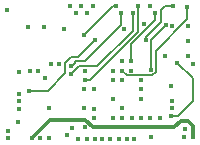
<source format=gbr>
G04 #@! TF.GenerationSoftware,KiCad,Pcbnew,(5.1.0)-1*
G04 #@! TF.CreationDate,2019-09-21T16:05:28-07:00*
G04 #@! TF.ProjectId,Miniscope-v4-wire-free,4d696e69-7363-46f7-9065-2d76342d7769,rev?*
G04 #@! TF.SameCoordinates,Original*
G04 #@! TF.FileFunction,Copper,L3,Inr*
G04 #@! TF.FilePolarity,Positive*
%FSLAX46Y46*%
G04 Gerber Fmt 4.6, Leading zero omitted, Abs format (unit mm)*
G04 Created by KiCad (PCBNEW (5.1.0)-1) date 2019-09-21 16:05:28*
%MOMM*%
%LPD*%
G04 APERTURE LIST*
%ADD10C,0.450000*%
%ADD11C,0.304800*%
%ADD12C,0.152400*%
G04 APERTURE END LIST*
D10*
X105267200Y-97466600D03*
X105241800Y-94926600D03*
X102676400Y-93732800D03*
X107502399Y-86874800D03*
X113039600Y-94173700D03*
X113039600Y-92539000D03*
X113903200Y-97390400D03*
X117433800Y-91142000D03*
X105394200Y-91142000D03*
X101736600Y-97441200D03*
X103463800Y-88017800D03*
X111398495Y-90948517D03*
X115681200Y-87967000D03*
X116697200Y-97339600D03*
X115630400Y-94901200D03*
X110674038Y-94173700D03*
X109102599Y-97517399D03*
X112455400Y-97492000D03*
X113293600Y-87763800D03*
X111566400Y-88221000D03*
X114614400Y-95714000D03*
X112252200Y-95739400D03*
X111439400Y-94926600D03*
X110626600Y-92539000D03*
X113065000Y-93326400D03*
X102676400Y-94952004D03*
X113776193Y-86265200D03*
X117002000Y-87941600D03*
X107731000Y-97492000D03*
X109737600Y-97492000D03*
X113827000Y-95714000D03*
X111439400Y-95714000D03*
X111439400Y-92564400D03*
X108239000Y-94926600D03*
X113039600Y-95764800D03*
X110403511Y-97492002D03*
X110652000Y-95714000D03*
X111820400Y-97492000D03*
X104784600Y-88017800D03*
X106511800Y-88246400D03*
X103844800Y-97415800D03*
X107019800Y-86265200D03*
X102701800Y-91853200D03*
X101729400Y-86620800D03*
X117408400Y-97365000D03*
X116087600Y-91065800D03*
X115579600Y-95561600D03*
X116748000Y-96653800D03*
X104911600Y-92386600D03*
X104276600Y-91751600D03*
X104479800Y-97441200D03*
X103641600Y-91777000D03*
X106765800Y-97212600D03*
X102651000Y-96095000D03*
X109051800Y-94952000D03*
X115605000Y-93047000D03*
X109026400Y-95739400D03*
X115630400Y-94291600D03*
X117002000Y-89211600D03*
X109051800Y-93326400D03*
X117002000Y-90481600D03*
X108239000Y-93326400D03*
X107172200Y-96628400D03*
X108493000Y-97492000D03*
X108271770Y-91742732D03*
X103590802Y-93428000D03*
X109153400Y-89160800D03*
X102701800Y-94317000D03*
X111159998Y-97492000D03*
X101736600Y-96857000D03*
X108260147Y-96535900D03*
X115706591Y-86265200D03*
X113429700Y-89135400D03*
X110880596Y-86265200D03*
X108213600Y-88703600D03*
X114258792Y-86874800D03*
X112226800Y-90948516D03*
X107984999Y-86265200D03*
X115079399Y-90526400D03*
X106130800Y-91167400D03*
X112328394Y-86874800D03*
X107146800Y-92005600D03*
X111363195Y-86874800D03*
X107121398Y-91370600D03*
X108467598Y-86874800D03*
X110652000Y-91728727D03*
X111439400Y-91751600D03*
X116951200Y-86316000D03*
X108950198Y-86265200D03*
X112226800Y-91751600D03*
X113852400Y-91700800D03*
X115131502Y-87907050D03*
X108264400Y-92513600D03*
X112810994Y-86265200D03*
D11*
X105368800Y-95891800D02*
X104069799Y-97190801D01*
X104069799Y-97190801D02*
X103844800Y-97415800D01*
X108289800Y-95891800D02*
X105368800Y-95891800D01*
X117408400Y-96450600D02*
X116976600Y-96018800D01*
X117408400Y-97365000D02*
X117408400Y-96450600D01*
X116976600Y-96018800D02*
X116392400Y-96018800D01*
X116392400Y-96018800D02*
X115859000Y-96552200D01*
X115859000Y-96552200D02*
X108950200Y-96552200D01*
X108950200Y-96552200D02*
X108289800Y-95891800D01*
D12*
X116189200Y-95561600D02*
X115579600Y-95561600D01*
X117408400Y-94342400D02*
X116189200Y-95561600D01*
X116087600Y-91065800D02*
X117408400Y-92386600D01*
X117408400Y-92386600D02*
X117408400Y-94342400D01*
X108928401Y-89385799D02*
X109153400Y-89160800D01*
X103590802Y-93428000D02*
X105140200Y-93428000D01*
X106629698Y-91056350D02*
X107077448Y-90608600D01*
X105140200Y-93428000D02*
X106629698Y-91938502D01*
X107077448Y-90608600D02*
X107705600Y-90608600D01*
X106629698Y-91938502D02*
X106629698Y-91056350D01*
X107705600Y-90608600D02*
X108928401Y-89385799D01*
X115347381Y-86265200D02*
X115706591Y-86265200D01*
X115071600Y-86265200D02*
X115347381Y-86265200D01*
X114716000Y-86620800D02*
X115071600Y-86265200D01*
X114716000Y-87636800D02*
X114716000Y-86620800D01*
X113429700Y-89135400D02*
X113429700Y-88923100D01*
X113429700Y-88923100D02*
X114716000Y-87636800D01*
X110652000Y-86265200D02*
X110880596Y-86265200D01*
X108213600Y-88703600D02*
X110652000Y-86265200D01*
X114258792Y-87459008D02*
X112226800Y-89491000D01*
X112226800Y-90630318D02*
X112226800Y-90948516D01*
X114258792Y-86874800D02*
X114258792Y-87459008D01*
X112226800Y-89491000D02*
X112226800Y-90630318D01*
X107371799Y-91780601D02*
X107146800Y-92005600D01*
X107828999Y-91323401D02*
X107371799Y-91780601D01*
X109352999Y-91323401D02*
X107828999Y-91323401D01*
X112328394Y-86874800D02*
X112328394Y-88348006D01*
X112328394Y-88348006D02*
X109352999Y-91323401D01*
X107346397Y-91145601D02*
X107121398Y-91370600D01*
X107553198Y-90938800D02*
X107346397Y-91145601D01*
X108264400Y-90938800D02*
X107553198Y-90938800D01*
X111363195Y-86874800D02*
X111363195Y-87840005D01*
X111363195Y-87840005D02*
X108264400Y-90938800D01*
X116951200Y-86634198D02*
X116951200Y-86316000D01*
X111829501Y-92141701D02*
X113988849Y-92141701D01*
X111439400Y-91751600D02*
X111829501Y-92141701D01*
X113988849Y-92141701D02*
X114309600Y-91820950D01*
X114309600Y-91820950D02*
X114309600Y-90049800D01*
X114309600Y-90049800D02*
X116951200Y-87408200D01*
X116951200Y-87408200D02*
X116951200Y-86634198D01*
X114906503Y-88132049D02*
X115131502Y-87907050D01*
X113852400Y-89186152D02*
X114906503Y-88132049D01*
X113852400Y-91700800D02*
X113852400Y-89186152D01*
X112810994Y-88449606D02*
X112810994Y-86265200D01*
X108264400Y-92513600D02*
X108747000Y-92513600D01*
X108747000Y-92513600D02*
X112810994Y-88449606D01*
M02*

</source>
